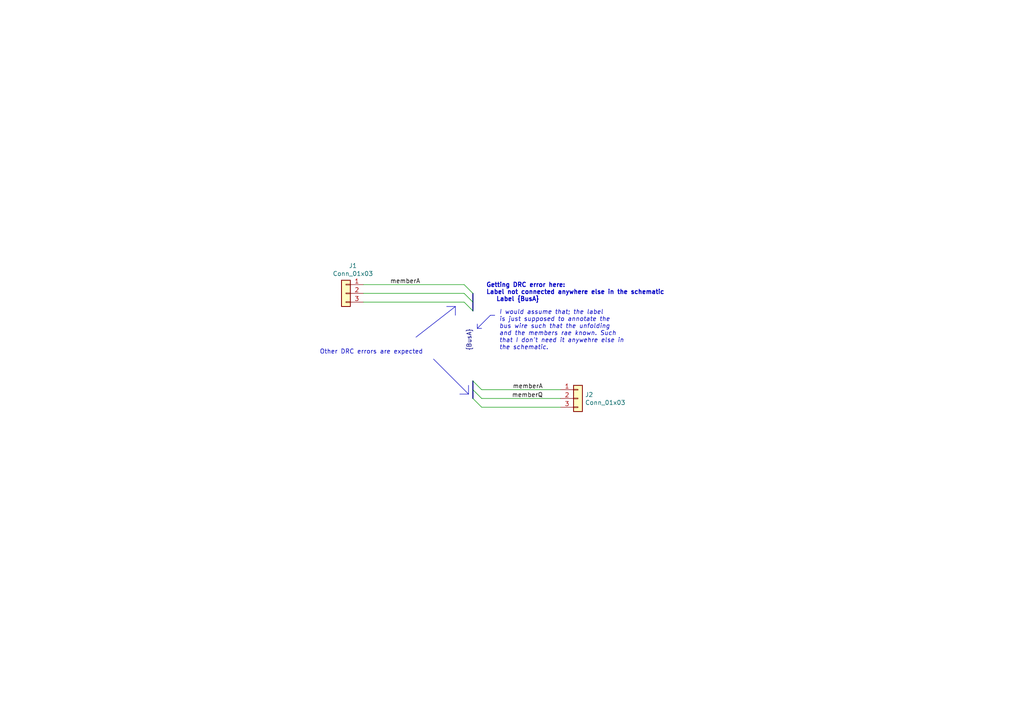
<source format=kicad_sch>
(kicad_sch (version 20200714) (host eeschema "(5.99.0-2306-g9f20c61fa)")
  (page 1 1)
  (paper "A4")
  (lib_symbols
    (symbol "Connector_Generic:Conn_01x03" (pin_names hide)
      (property "Reference" "J" (at 0 5.08 0))
      (property "Value" "Conn_01x03" (at 0 -5.08 0))
      (symbol "Conn_01x03_1_1"
        (rectangle (start -1.27 -2.413) (end 0 -2.667) (stroke (width 0.1524)))
        (rectangle (start -1.27 2.667) (end 0 2.413) (stroke (width 0.1524)))
        (rectangle (start -1.27 3.81) (end 1.27 -3.81) (stroke (width 0.254)) (fill (type background)))
        (rectangle (start -1.27 0.127) (end 0 -0.127) (stroke (width 0.1524)))
        (pin passive line (at -5.08 2.54 0) (length 3.81) (name "Pin_1") (number "1"))
        (pin passive line (at -5.08 0 0) (length 3.81) (name "Pin_2") (number "2"))
        (pin passive line (at -5.08 -2.54 0) (length 3.81) (name "Pin_3") (number "3"))
      )
    )
  )
  (bus_alias "BusA" (members "memberA" "memberB" "memberC"))
  (bus_entry (at 134.62 82.55) (size 2.54 2.54) (stroke (width 0.1524)))
  (bus_entry (at 134.62 85.09) (size 2.54 2.54) (stroke (width 0.1524)))
  (bus_entry (at 134.62 87.63) (size 2.54 2.54) (stroke (width 0.1524)))
  (bus_entry (at 137.16 110.49) (size 2.54 2.54) (stroke (width 0.1524)))
  (bus_entry (at 137.16 113.03) (size 2.54 2.54) (stroke (width 0.1524)))
  (bus_entry (at 137.16 115.57) (size 2.54 2.54) (stroke (width 0.1524)))
  (wire (pts (xy 105.41 82.55) (xy 134.62 82.55)))
  (wire (pts (xy 105.41 85.09) (xy 134.62 85.09)))
  (wire (pts (xy 105.41 87.63) (xy 134.62 87.63)))
  (wire (pts (xy 139.7 113.03) (xy 162.56 113.03)))
  (wire (pts (xy 139.7 115.57) (xy 162.56 115.57)))
  (wire (pts (xy 139.7 118.11) (xy 162.56 118.11)))
  (bus (pts (xy 137.16 85.09) (xy 137.16 87.63)) (stroke (width 0.3)))
  (bus (pts (xy 137.16 87.63) (xy 137.16 110.49)) (stroke (width 0.3)))
  (bus (pts (xy 137.16 110.49) (xy 137.16 113.03)) (stroke (width 0.3)))
  (bus (pts (xy 137.16 113.03) (xy 137.16 121.92)) (stroke (width 0.3)))
  (polyline (pts (xy 120.65 97.79) (xy 132.08 88.9)) (stroke (width 0) (type solid)))
  (polyline (pts (xy 125.73 104.14) (xy 135.89 114.3)) (stroke (width 0) (type solid)))
  (polyline (pts (xy 129.54 88.9) (xy 132.08 88.9)) (stroke (width 0) (type solid)))
  (polyline (pts (xy 132.08 88.9) (xy 132.08 91.44)) (stroke (width 0) (type solid)))
  (polyline (pts (xy 133.35 114.3) (xy 135.89 114.3)) (stroke (width 0) (type solid)))
  (polyline (pts (xy 135.89 111.76) (xy 135.89 114.3)) (stroke (width 0) (type solid)))
  (polyline (pts (xy 138.43 93.98) (xy 138.43 95.25)) (stroke (width 0.152) (type solid)))
  (polyline (pts (xy 138.43 95.25) (xy 139.7 95.25)) (stroke (width 0.152) (type solid)))
  (polyline (pts (xy 138.43 95.25) (xy 142.24 91.44)) (stroke (width 0.152) (type solid)))
  (polyline (pts (xy 142.24 91.44) (xy 143.51 91.44)) (stroke (width 0.152) (type solid)))
  (text "Other DRC errors are expected" (at 92.71 102.87 0) (effects (font (size 1.27 1.27)) (justify left bottom)))
  (text "Getting DRC error here:\nLabel not connected anywhere else in the schematic\n   Label {BusA}" (at 140.97 87.63 0) (effects (font (size 1.27 1.27) (thickness 0.254) bold) (justify left bottom)))
  (text "I would assume that; the label\nis just supposed to annotate the\nbus wire such that the unfolding\nand the members rae known. Such\nthat I don't need it anywehre else in\nthe schematic." (at 144.78 101.6 0) (effects (font (size 1.27 1.27) italic) (justify left bottom)))
  (label "memberA" (at 121.92 82.55 180))
  (label "{BusA}" (at 137.16 95.25 270))
  (label "memberA" (at 157.48 113.03 180))
  (label "memberQ" (at 157.48 115.57 180))
  (symbol (lib_id "Connector_Generic:Conn_01x03") (at 100.33 85.09 0) (mirror y) (unit 1)
    (property "Reference" "J1" (at 102.362 77.0698 0))
    (property "Value" "Conn_01x03" (at 102.362 79.3685 0))
  )
  (symbol (lib_id "Connector_Generic:Conn_01x03") (at 167.64 115.57 0) (unit 1)
    (property "Reference" "J2" (at 169.6721 114.4714 0) (effects (justify left)))
    (property "Value" "Conn_01x03" (at 169.6721 116.7701 0) (effects (justify left)))
  )
)
</source>
